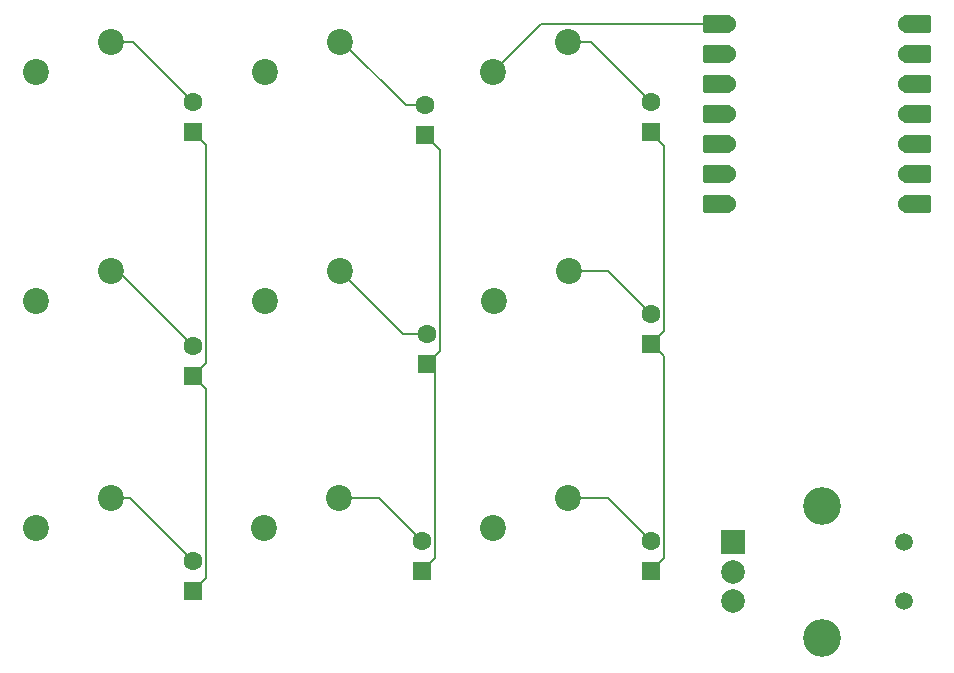
<source format=gbr>
%TF.GenerationSoftware,KiCad,Pcbnew,9.0.2*%
%TF.CreationDate,2025-06-24T13:56:58-07:00*%
%TF.ProjectId,meghanaHackpad,6d656768-616e-4614-9861-636b7061642e,rev?*%
%TF.SameCoordinates,Original*%
%TF.FileFunction,Copper,L1,Top*%
%TF.FilePolarity,Positive*%
%FSLAX46Y46*%
G04 Gerber Fmt 4.6, Leading zero omitted, Abs format (unit mm)*
G04 Created by KiCad (PCBNEW 9.0.2) date 2025-06-24 13:56:58*
%MOMM*%
%LPD*%
G01*
G04 APERTURE LIST*
G04 Aperture macros list*
%AMRoundRect*
0 Rectangle with rounded corners*
0 $1 Rounding radius*
0 $2 $3 $4 $5 $6 $7 $8 $9 X,Y pos of 4 corners*
0 Add a 4 corners polygon primitive as box body*
4,1,4,$2,$3,$4,$5,$6,$7,$8,$9,$2,$3,0*
0 Add four circle primitives for the rounded corners*
1,1,$1+$1,$2,$3*
1,1,$1+$1,$4,$5*
1,1,$1+$1,$6,$7*
1,1,$1+$1,$8,$9*
0 Add four rect primitives between the rounded corners*
20,1,$1+$1,$2,$3,$4,$5,0*
20,1,$1+$1,$4,$5,$6,$7,0*
20,1,$1+$1,$6,$7,$8,$9,0*
20,1,$1+$1,$8,$9,$2,$3,0*%
G04 Aperture macros list end*
%TA.AperFunction,ComponentPad*%
%ADD10RoundRect,0.250000X0.550000X-0.550000X0.550000X0.550000X-0.550000X0.550000X-0.550000X-0.550000X0*%
%TD*%
%TA.AperFunction,ComponentPad*%
%ADD11C,1.600000*%
%TD*%
%TA.AperFunction,ComponentPad*%
%ADD12C,2.200000*%
%TD*%
%TA.AperFunction,ComponentPad*%
%ADD13C,1.500000*%
%TD*%
%TA.AperFunction,ComponentPad*%
%ADD14R,2.000000X2.000000*%
%TD*%
%TA.AperFunction,ComponentPad*%
%ADD15C,2.000000*%
%TD*%
%TA.AperFunction,ComponentPad*%
%ADD16C,3.200000*%
%TD*%
%TA.AperFunction,SMDPad,CuDef*%
%ADD17RoundRect,0.152400X1.063600X0.609600X-1.063600X0.609600X-1.063600X-0.609600X1.063600X-0.609600X0*%
%TD*%
%TA.AperFunction,ComponentPad*%
%ADD18C,1.524000*%
%TD*%
%TA.AperFunction,SMDPad,CuDef*%
%ADD19RoundRect,0.152400X-1.063600X-0.609600X1.063600X-0.609600X1.063600X0.609600X-1.063600X0.609600X0*%
%TD*%
%TA.AperFunction,Conductor*%
%ADD20C,0.200000*%
%TD*%
G04 APERTURE END LIST*
D10*
%TO.P,D4,1,K*%
%TO.N,row1*%
X132000000Y-82314315D03*
D11*
%TO.P,D4,2,A*%
%TO.N,Net-(D4-A)*%
X132000000Y-79774315D03*
%TD*%
D10*
%TO.P,D1,1,K*%
%TO.N,row2*%
X112385000Y-82020000D03*
D11*
%TO.P,D1,2,A*%
%TO.N,Net-(D1-A)*%
X112385000Y-79480000D03*
%TD*%
D10*
%TO.P,D8,1,K*%
%TO.N,row0*%
X151185000Y-99994315D03*
D11*
%TO.P,D8,2,A*%
%TO.N,Net-(D8-A)*%
X151185000Y-97454315D03*
%TD*%
D10*
%TO.P,D9,1,K*%
%TO.N,row0*%
X151135000Y-119254315D03*
D11*
%TO.P,D9,2,A*%
%TO.N,Net-(D9-A)*%
X151135000Y-116714315D03*
%TD*%
D10*
%TO.P,D7,1,K*%
%TO.N,row0*%
X151135000Y-82080000D03*
D11*
%TO.P,D7,2,A*%
%TO.N,Net-(D7-A)*%
X151135000Y-79540000D03*
%TD*%
D12*
%TO.P,SW8,1,1*%
%TO.N,Net-(D8-A)*%
X144200000Y-93800000D03*
%TO.P,SW8,2,2*%
%TO.N,col1*%
X137850000Y-96340000D03*
%TD*%
%TO.P,SW1,1,1*%
%TO.N,Net-(D1-A)*%
X105400000Y-74400000D03*
%TO.P,SW1,2,2*%
%TO.N,col0*%
X99050000Y-76940000D03*
%TD*%
D10*
%TO.P,D6,1,K*%
%TO.N,row1*%
X131735000Y-119254315D03*
D11*
%TO.P,D6,2,A*%
%TO.N,Net-(D6-A)*%
X131735000Y-116714315D03*
%TD*%
D12*
%TO.P,SW6,1,1*%
%TO.N,Net-(D6-A)*%
X124750000Y-113060000D03*
%TO.P,SW6,2,2*%
%TO.N,col2*%
X118400000Y-115600000D03*
%TD*%
%TO.P,SW7,1,1*%
%TO.N,Net-(D7-A)*%
X144150000Y-74460000D03*
%TO.P,SW7,2,2*%
%TO.N,col0*%
X137800000Y-77000000D03*
%TD*%
%TO.P,SW4,1,1*%
%TO.N,Net-(D4-A)*%
X124800000Y-74400000D03*
%TO.P,SW4,2,2*%
%TO.N,col0*%
X118450000Y-76940000D03*
%TD*%
%TO.P,SW9,1,1*%
%TO.N,Net-(D9-A)*%
X144150000Y-113060000D03*
%TO.P,SW9,2,2*%
%TO.N,col2*%
X137800000Y-115600000D03*
%TD*%
D10*
%TO.P,D5,1,K*%
%TO.N,row1*%
X132200000Y-101714315D03*
D11*
%TO.P,D5,2,A*%
%TO.N,Net-(D5-A)*%
X132200000Y-99174315D03*
%TD*%
D12*
%TO.P,SW3,1,1*%
%TO.N,Net-(D3-A)*%
X105400000Y-113000000D03*
%TO.P,SW3,2,2*%
%TO.N,col2*%
X99050000Y-115540000D03*
%TD*%
D10*
%TO.P,D2,1,K*%
%TO.N,row2*%
X112400000Y-102714315D03*
D11*
%TO.P,D2,2,A*%
%TO.N,Net-(D2-A)*%
X112400000Y-100174315D03*
%TD*%
D12*
%TO.P,SW5,1,1*%
%TO.N,Net-(D5-A)*%
X124800000Y-93800000D03*
%TO.P,SW5,2,2*%
%TO.N,col1*%
X118450000Y-96340000D03*
%TD*%
%TO.P,SW2,1,1*%
%TO.N,Net-(D2-A)*%
X105400000Y-93800000D03*
%TO.P,SW2,2,2*%
%TO.N,col1*%
X99050000Y-96340000D03*
%TD*%
D10*
%TO.P,D3,1,K*%
%TO.N,row2*%
X112385000Y-120914315D03*
D11*
%TO.P,D3,2,A*%
%TO.N,Net-(D3-A)*%
X112385000Y-118374315D03*
%TD*%
D13*
%TO.P,SW10,*%
%TO.N,*%
X172600000Y-116800000D03*
X172600000Y-121800000D03*
D14*
%TO.P,SW10,A,A*%
%TO.N,Net-(U1-GPIO3{slash}MOSI)*%
X158100000Y-116800000D03*
D15*
%TO.P,SW10,B,B*%
%TO.N,Net-(U1-GPIO4{slash}MISO)*%
X158100000Y-121800000D03*
%TO.P,SW10,C,C*%
%TO.N,GND*%
X158100000Y-119300000D03*
D16*
%TO.P,SW10,MP*%
%TO.N,N/C*%
X165600000Y-113700000D03*
X165600000Y-124900000D03*
%TD*%
D17*
%TO.P,U1,1,GPIO26/ADC0/A0*%
%TO.N,col0*%
X156745000Y-72948500D03*
D18*
X157580000Y-72948500D03*
D17*
%TO.P,U1,2,GPIO27/ADC1/A1*%
%TO.N,col1*%
X156745000Y-75488500D03*
D18*
X157580000Y-75488500D03*
D17*
%TO.P,U1,3,GPIO28/ADC2/A2*%
%TO.N,col2*%
X156745000Y-78028500D03*
D18*
X157580000Y-78028500D03*
D17*
%TO.P,U1,4,GPIO29/ADC3/A3*%
%TO.N,row0*%
X156745000Y-80568500D03*
D18*
X157580000Y-80568500D03*
D17*
%TO.P,U1,5,GPIO6/SDA*%
%TO.N,row1*%
X156745000Y-83108500D03*
D18*
X157580000Y-83108500D03*
D17*
%TO.P,U1,6,GPIO7/SCL*%
%TO.N,row2*%
X156745000Y-85648500D03*
D18*
X157580000Y-85648500D03*
D17*
%TO.P,U1,7,GPIO0/TX*%
%TO.N,unconnected-(U1-GPIO0{slash}TX-Pad7)*%
X156745000Y-88188500D03*
D18*
X157580000Y-88188500D03*
%TO.P,U1,8,GPIO1/RX*%
%TO.N,unconnected-(U1-GPIO1{slash}RX-Pad8)*%
X172820000Y-88188500D03*
D19*
X173655000Y-88188500D03*
D18*
%TO.P,U1,9,GPIO2/SCK*%
%TO.N,unconnected-(U1-GPIO2{slash}SCK-Pad9)*%
X172820000Y-85648500D03*
D19*
X173655000Y-85648500D03*
D18*
%TO.P,U1,10,GPIO4/MISO*%
%TO.N,Net-(U1-GPIO4{slash}MISO)*%
X172820000Y-83108500D03*
D19*
X173655000Y-83108500D03*
D18*
%TO.P,U1,11,GPIO3/MOSI*%
%TO.N,Net-(U1-GPIO3{slash}MOSI)*%
X172820000Y-80568500D03*
D19*
X173655000Y-80568500D03*
D18*
%TO.P,U1,12,3V3*%
%TO.N,unconnected-(U1-3V3-Pad12)*%
X172820000Y-78028500D03*
D19*
X173655000Y-78028500D03*
D18*
%TO.P,U1,13,GND*%
%TO.N,GND*%
X172820000Y-75488500D03*
D19*
X173655000Y-75488500D03*
D18*
%TO.P,U1,14,VBUS*%
%TO.N,unconnected-(U1-VBUS-Pad14)*%
X172820000Y-72948500D03*
D19*
X173655000Y-72948500D03*
%TD*%
D20*
%TO.N,Net-(D1-A)*%
X105400000Y-74400000D02*
X107305000Y-74400000D01*
X107305000Y-74400000D02*
X112385000Y-79480000D01*
%TO.N,row2*%
X113501000Y-119798315D02*
X113501000Y-103815315D01*
X113501000Y-101613315D02*
X113501000Y-83136000D01*
X112385000Y-120914315D02*
X113501000Y-119798315D01*
X113501000Y-103815315D02*
X112400000Y-102714315D01*
X113501000Y-83136000D02*
X112385000Y-82020000D01*
X112400000Y-102714315D02*
X113501000Y-101613315D01*
%TO.N,Net-(D2-A)*%
X112400000Y-100174315D02*
X106025685Y-93800000D01*
X106025685Y-93800000D02*
X105400000Y-93800000D01*
%TO.N,Net-(D3-A)*%
X105400000Y-113000000D02*
X107010685Y-113000000D01*
X107010685Y-113000000D02*
X112385000Y-118374315D01*
%TO.N,row1*%
X131735000Y-119254315D02*
X132836000Y-118153315D01*
X133301000Y-100613315D02*
X133301000Y-83615315D01*
X133301000Y-83615315D02*
X132000000Y-82314315D01*
X132200000Y-101714315D02*
X133301000Y-100613315D01*
X132836000Y-102350315D02*
X132200000Y-101714315D01*
X132836000Y-118153315D02*
X132836000Y-102350315D01*
%TO.N,Net-(D4-A)*%
X130374315Y-79774315D02*
X132000000Y-79774315D01*
X124800000Y-74400000D02*
X125000000Y-74400000D01*
X125000000Y-74400000D02*
X130374315Y-79774315D01*
%TO.N,Net-(D5-A)*%
X130174315Y-99174315D02*
X132200000Y-99174315D01*
X124800000Y-93800000D02*
X130174315Y-99174315D01*
%TO.N,Net-(D6-A)*%
X124750000Y-113060000D02*
X128080685Y-113060000D01*
X128080685Y-113060000D02*
X131735000Y-116714315D01*
%TO.N,Net-(D7-A)*%
X146055000Y-74460000D02*
X151135000Y-79540000D01*
X144150000Y-74460000D02*
X146055000Y-74460000D01*
%TO.N,row0*%
X152286000Y-98893315D02*
X151185000Y-99994315D01*
X152236000Y-101045315D02*
X152236000Y-118153315D01*
X151185000Y-99994315D02*
X152236000Y-101045315D01*
X152236000Y-118153315D02*
X151135000Y-119254315D01*
X152286000Y-83231000D02*
X152286000Y-98893315D01*
X151135000Y-82080000D02*
X152286000Y-83231000D01*
%TO.N,Net-(D8-A)*%
X147530685Y-93800000D02*
X151185000Y-97454315D01*
X144200000Y-93800000D02*
X147530685Y-93800000D01*
%TO.N,Net-(D9-A)*%
X147480685Y-113060000D02*
X151135000Y-116714315D01*
X144150000Y-113060000D02*
X147480685Y-113060000D01*
%TO.N,col0*%
X157580000Y-72948500D02*
X141851500Y-72948500D01*
X141851500Y-72948500D02*
X137800000Y-77000000D01*
%TD*%
M02*

</source>
